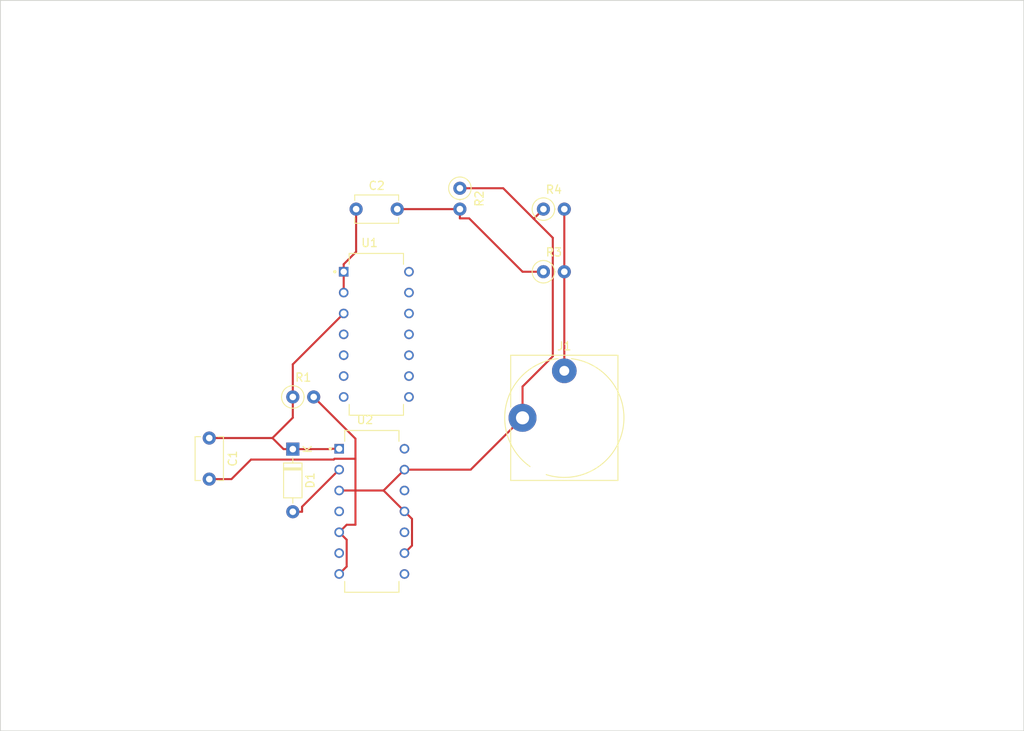
<source format=kicad_pcb>
(kicad_pcb (version 20221018) (generator pcbnew)
  (layers (0 "F.Cu" signal) (31 "B.Cu" signal) (34 "B.Paste" user) (35 "F.Paste" user) (36 "B.SilkS" user "B.Silkscreen") (37 "F.SilkS" user "F.Silkscreen") (38 "B.Mask" user) (39 "F.Mask" user) (44 "Edge.Cuts" user))
  (net 0 "")
  (net 12 "Net-(D1-K)")
  (net 13 "GND")
  (net 14 "Net-(U1A--)")
  (net 15 "Net-(C2-Pad2)")
  (net 16 "Net-(D1-A)")
  (net 23 "Net-(J1-PadT)")
  (footprint "Resistor_THT:R_Axial_DIN0207_L6.3mm_D2.5mm_P2.54mm_Vertical" (layer "F.Cu") (at 144.78 86.36)
    (fp_text reference "R3" (at 1.27 -2.37) (layer "F.SilkS"))
    (fp_text value "R")
    (fp_line (start 1.37 0) (end 1.44 0) (stroke (width 0.12)) (layer "F.SilkS"))
    (fp_circle (center 0 0) (end 1.37 0) (stroke (width 0.12)) (fill none) (layer "F.SilkS"))
    (pad "1" thru_hole circle (at 0 0) (size 1.6 1.6) (drill 0.8) (layers "*.Cu" "*.Mask") (net 15 "Net-(C2-Pad2)"))
    (pad "2" thru_hole oval (at 2.54 0) (size 1.6 1.6) (drill 0.8) (layers "*.Cu" "*.Mask") (net 23 "Net-(J1-PadT)"))
  )
  (footprint "TL074CN:DIP794W45P254L1969H508Q14" (layer "F.Cu") (at 124.46 93.98)
    (fp_text reference "U1" (at -0.825 -11.135) (layer "F.SilkS"))
    (fp_text value "TL074")
    (fp_line (start -3.3 -9.845) (end 3.3 -9.845) (stroke (width 0.127)) (layer "F.SilkS"))
    (fp_line (start -3.3 -8.525) (end -3.3 -9.845) (stroke (width 0.127)) (layer "F.SilkS"))
    (fp_line (start -3.3 9.845) (end -3.3 8.525) (stroke (width 0.127)) (layer "F.SilkS"))
    (fp_line (start 3.3 -9.845) (end 3.3 -8.525) (stroke (width 0.127)) (layer "F.SilkS"))
    (fp_line (start 3.3 8.525) (end 3.3 9.845) (stroke (width 0.127)) (layer "F.SilkS"))
    (fp_line (start 3.3 9.845) (end -3.3 9.845) (stroke (width 0.127)) (layer "F.SilkS"))
    (fp_circle (center -5.055 -7.62) (end -4.955 -7.62) (stroke (width 0.2)) (fill none) (layer "F.SilkS"))
    (pad "1" thru_hole rect (at -3.97 -7.62) (size 1.17 1.17) (drill 0.77) (layers "*.Cu" "*.Mask") (net 14 "Net-(U1A--)"))
    (pad "2" thru_hole circle (at -3.97 -5.08) (size 1.17 1.17) (drill 0.77) (layers "*.Cu" "*.Mask") (net 14 "Net-(U1A--)"))
    (pad "3" thru_hole circle (at -3.97 -2.54) (size 1.17 1.17) (drill 0.77) (layers "*.Cu" "*.Mask") (net 12 "Net-(D1-K)"))
    (pad "4" thru_hole circle (at -3.97 0) (size 1.17 1.17) (drill 0.77) (layers "*.Cu" "*.Mask"))
    (pad "5" thru_hole circle (at -3.97 2.54) (size 1.17 1.17) (drill 0.77) (layers "*.Cu" "*.Mask"))
    (pad "6" thru_hole circle (at -3.97 5.08) (size 1.17 1.17) (drill 0.77) (layers "*.Cu" "*.Mask"))
    (pad "7" thru_hole circle (at -3.97 7.62) (size 1.17 1.17) (drill 0.77) (layers "*.Cu" "*.Mask"))
    (pad "8" thru_hole circle (at 3.97 7.62) (size 1.17 1.17) (drill 0.77) (layers "*.Cu" "*.Mask"))
    (pad "9" thru_hole circle (at 3.97 5.08) (size 1.17 1.17) (drill 0.77) (layers "*.Cu" "*.Mask"))
    (pad "10" thru_hole circle (at 3.97 2.54) (size 1.17 1.17) (drill 0.77) (layers "*.Cu" "*.Mask"))
    (pad "11" thru_hole circle (at 3.97 0) (size 1.17 1.17) (drill 0.77) (layers "*.Cu" "*.Mask"))
    (pad "12" thru_hole circle (at 3.97 -2.54) (size 1.17 1.17) (drill 0.77) (layers "*.Cu" "*.Mask"))
    (pad "13" thru_hole circle (at 3.97 -5.08) (size 1.17 1.17) (drill 0.77) (layers "*.Cu" "*.Mask"))
    (pad "14" thru_hole circle (at 3.97 -7.62) (size 1.17 1.17) (drill 0.77) (layers "*.Cu" "*.Mask"))
  )
  (footprint "Resistor_THT:R_Axial_DIN0207_L6.3mm_D2.5mm_P2.54mm_Vertical" (layer "F.Cu") (at 134.62 76.2 -90)
    (fp_text reference "R2" (at 1.27 -2.37 90) (layer "F.SilkS"))
    (fp_text value "R")
    (fp_line (start 1.37 0) (end 1.44 0) (stroke (width 0.12)) (layer "F.SilkS"))
    (fp_circle (center 0 0) (end 1.37 0) (stroke (width 0.12)) (fill none) (layer "F.SilkS"))
    (pad "1" thru_hole circle (at 0 0 270) (size 1.6 1.6) (drill 0.8) (layers "*.Cu" "*.Mask") (net 13 "GND"))
    (pad "2" thru_hole oval (at 2.54 0 270) (size 1.6 1.6) (drill 0.8) (layers "*.Cu" "*.Mask") (net 15 "Net-(C2-Pad2)"))
  )
  (footprint "Capacitor_THT:C_Disc_D5.1mm_W3.2mm_P5.00mm" (layer "F.Cu") (at 122 78.74)
    (fp_text reference "C2" (at 2.5 -2.85) (layer "F.SilkS"))
    (fp_text value "C")
    (fp_line (start -0.17 -1.721) (end -0.17 -1.055) (stroke (width 0.12)) (layer "F.SilkS"))
    (fp_line (start -0.17 -1.721) (end 5.17 -1.721) (stroke (width 0.12)) (layer "F.SilkS"))
    (fp_line (start -0.17 1.055) (end -0.17 1.721) (stroke (width 0.12)) (layer "F.SilkS"))
    (fp_line (start -0.17 1.721) (end 5.17 1.721) (stroke (width 0.12)) (layer "F.SilkS"))
    (fp_line (start 5.17 -1.721) (end 5.17 -1.055) (stroke (width 0.12)) (layer "F.SilkS"))
    (fp_line (start 5.17 1.055) (end 5.17 1.721) (stroke (width 0.12)) (layer "F.SilkS"))
    (pad "1" thru_hole circle (at 0 0) (size 1.6 1.6) (drill 0.8) (layers "*.Cu" "*.Mask") (net 14 "Net-(U1A--)"))
    (pad "2" thru_hole circle (at 5 0) (size 1.6 1.6) (drill 0.8) (layers "*.Cu" "*.Mask") (net 15 "Net-(C2-Pad2)"))
  )
  (footprint "Connector_Audio:Jack_6.35mm_Neutrik_NJ2FD-V_Vertical" (layer "F.Cu") (at 147.32 98.42)
    (fp_text reference "J1" (at 0 -3) (layer "F.SilkS"))
    (fp_text value "AudioJack2")
    (fp_line (start -6.52 -1.9) (end -6.52 4.42) (stroke (width 0.12)) (layer "F.SilkS"))
    (fp_line (start -6.52 -1.9) (end 6.52 -1.9) (stroke (width 0.12)) (layer "F.SilkS"))
    (fp_line (start -6.52 7.02) (end -6.52 13.34) (stroke (width 0.12)) (layer "F.SilkS"))
    (fp_line (start -6.52 13.34) (end 6.52 13.34) (stroke (width 0.12)) (layer "F.SilkS"))
    (fp_line (start 6.52 -1.9) (end 6.52 13.34) (stroke (width 0.12)) (layer "F.SilkS"))
    (fp_arc (start -4.164153 11.6535) (mid -7.016062 3.897509) (end -0.75 -1.49) (stroke (width 0.12)) (layer "F.SilkS"))
    (fp_arc (start 0.84109 -1.482824) (mid 7.089049 7.247578) (end -2.2 12.63) (stroke (width 0.12)) (layer "F.SilkS"))
    (pad "" np_thru_hole circle (at -3.18 12.07 180) (size 1.6 1.6) (drill 1.6) (layers "*.Cu" "*.Mask"))
    (pad "" np_thru_hole circle (at 3.81 1.91 180) (size 2.1 2.1) (drill 2.1) (layers "*.Cu" "*.Mask"))
    (pad "S" thru_hole circle (at -5.08 5.72 180) (size 3.4 3.4) (drill 1.6) (layers "*.Cu" "*.Mask") (net 13 "GND"))
    (pad "T" thru_hole circle (at 0 0 180) (size 3 3) (drill 1.2) (layers "*.Cu" "*.Mask") (net 23 "Net-(J1-PadT)"))
  )
  (footprint "Resistor_THT:R_Axial_DIN0207_L6.3mm_D2.5mm_P2.54mm_Vertical" (layer "F.Cu") (at 144.78 78.74)
    (fp_text reference "R4" (at 1.27 -2.37) (layer "F.SilkS"))
    (fp_text value "R")
    (fp_line (start 1.37 0) (end 1.44 0) (stroke (width 0.12)) (layer "F.SilkS"))
    (fp_circle (center 0 0) (end 1.37 0) (stroke (width 0.12)) (fill none) (layer "F.SilkS"))
    (pad "1" thru_hole circle (at 0 0) (size 1.6 1.6) (drill 0.8) (layers "*.Cu" "*.Mask") (net 13 "GND"))
    (pad "2" thru_hole oval (at 2.54 0) (size 1.6 1.6) (drill 0.8) (layers "*.Cu" "*.Mask") (net 23 "Net-(J1-PadT)"))
  )
  (footprint "Resistor_THT:R_Axial_DIN0207_L6.3mm_D2.5mm_P2.54mm_Vertical" (layer "F.Cu") (at 114.3 101.6)
    (fp_text reference "R1" (at 1.27 -2.37) (layer "F.SilkS"))
    (fp_text value "R")
    (fp_line (start 1.37 0) (end 1.44 0) (stroke (width 0.12)) (layer "F.SilkS"))
    (fp_circle (center 0 0) (end 1.37 0) (stroke (width 0.12)) (fill none) (layer "F.SilkS"))
    (pad "1" thru_hole circle (at 0 0) (size 1.6 1.6) (drill 0.8) (layers "*.Cu" "*.Mask") (net 12 "Net-(D1-K)"))
    (pad "2" thru_hole oval (at 2.54 0) (size 1.6 1.6) (drill 0.8) (layers "*.Cu" "*.Mask") (net 13 "GND"))
  )
  (footprint "Capacitor_THT:C_Disc_D5.1mm_W3.2mm_P5.00mm" (layer "F.Cu") (at 104.14 106.6 -90)
    (fp_text reference "C1" (at 2.5 -2.85 90) (layer "F.SilkS"))
    (fp_text value "C")
    (fp_line (start -0.17 -1.721) (end -0.17 -1.055) (stroke (width 0.12)) (layer "F.SilkS"))
    (fp_line (start -0.17 -1.721) (end 5.17 -1.721) (stroke (width 0.12)) (layer "F.SilkS"))
    (fp_line (start -0.17 1.055) (end -0.17 1.721) (stroke (width 0.12)) (layer "F.SilkS"))
    (fp_line (start -0.17 1.721) (end 5.17 1.721) (stroke (width 0.12)) (layer "F.SilkS"))
    (fp_line (start 5.17 -1.721) (end 5.17 -1.055) (stroke (width 0.12)) (layer "F.SilkS"))
    (fp_line (start 5.17 1.055) (end 5.17 1.721) (stroke (width 0.12)) (layer "F.SilkS"))
    (pad "1" thru_hole circle (at 0 0 270) (size 1.6 1.6) (drill 0.8) (layers "*.Cu" "*.Mask") (net 12 "Net-(D1-K)"))
    (pad "2" thru_hole circle (at 5 0 270) (size 1.6 1.6) (drill 0.8) (layers "*.Cu" "*.Mask") (net 13 "GND"))
  )
  (footprint "CD40106BE:DIP794W45P254L1969H508Q14" (layer "F.Cu") (at 123.91 115.525)
    (fp_text reference "U2" (at -0.825 -11.135) (layer "F.SilkS"))
    (fp_text value "40106")
    (fp_line (start -3.3 -9.845) (end 3.3 -9.845) (stroke (width 0.127)) (layer "F.SilkS"))
    (fp_line (start -3.3 -8.525) (end -3.3 -9.845) (stroke (width 0.127)) (layer "F.SilkS"))
    (fp_line (start -3.3 9.845) (end -3.3 8.525) (stroke (width 0.127)) (layer "F.SilkS"))
    (fp_line (start 3.3 -9.845) (end 3.3 -8.525) (stroke (width 0.127)) (layer "F.SilkS"))
    (fp_line (start 3.3 8.525) (end 3.3 9.845) (stroke (width 0.127)) (layer "F.SilkS"))
    (fp_line (start 3.3 9.845) (end -3.3 9.845) (stroke (width 0.127)) (layer "F.SilkS"))
    (fp_circle (center -5.055 -7.62) (end -4.955 -7.62) (stroke (width 0.2)) (fill none) (layer "F.SilkS"))
    (pad "1" thru_hole rect (at -3.97 -7.62) (size 1.17 1.17) (drill 0.77) (layers "*.Cu" "*.Mask") (net 12 "Net-(D1-K)"))
    (pad "2" thru_hole circle (at -3.97 -5.08) (size 1.17 1.17) (drill 0.77) (layers "*.Cu" "*.Mask") (net 16 "Net-(D1-A)"))
    (pad "3" thru_hole circle (at -3.97 -2.54) (size 1.17 1.17) (drill 0.77) (layers "*.Cu" "*.Mask") (net 13 "GND"))
    (pad "4" thru_hole circle (at -3.97 0) (size 1.17 1.17) (drill 0.77) (layers "*.Cu" "*.Mask"))
    (pad "5" thru_hole circle (at -3.97 2.54) (size 1.17 1.17) (drill 0.77) (layers "*.Cu" "*.Mask") (net 13 "GND"))
    (pad "6" thru_hole circle (at -3.97 5.08) (size 1.17 1.17) (drill 0.77) (layers "*.Cu" "*.Mask"))
    (pad "7" thru_hole circle (at -3.97 7.62) (size 1.17 1.17) (drill 0.77) (layers "*.Cu" "*.Mask") (net 13 "GND"))
    (pad "8" thru_hole circle (at 3.97 7.62) (size 1.17 1.17) (drill 0.77) (layers "*.Cu" "*.Mask"))
    (pad "9" thru_hole circle (at 3.97 5.08) (size 1.17 1.17) (drill 0.77) (layers "*.Cu" "*.Mask") (net 13 "GND"))
    (pad "10" thru_hole circle (at 3.97 2.54) (size 1.17 1.17) (drill 0.77) (layers "*.Cu" "*.Mask"))
    (pad "11" thru_hole circle (at 3.97 0) (size 1.17 1.17) (drill 0.77) (layers "*.Cu" "*.Mask") (net 13 "GND"))
    (pad "12" thru_hole circle (at 3.97 -2.54) (size 1.17 1.17) (drill 0.77) (layers "*.Cu" "*.Mask"))
    (pad "13" thru_hole circle (at 3.97 -5.08) (size 1.17 1.17) (drill 0.77) (layers "*.Cu" "*.Mask") (net 13 "GND"))
    (pad "14" thru_hole circle (at 3.97 -7.62) (size 1.17 1.17) (drill 0.77) (layers "*.Cu" "*.Mask"))
  )
  (footprint "Diode_THT:D_DO-35_SOD27_P7.62mm_Horizontal" (layer "F.Cu") (at 114.3 107.95 -90)
    (fp_text reference "D1" (at 3.81 -2.12 90) (layer "F.SilkS"))
    (fp_text value "1N4148")
    (fp_text user "K" (at 0 -1.8 90) (layer "F.SilkS"))
    (fp_line (start 1.04 0) (end 1.69 0) (stroke (width 0.12)) (layer "F.SilkS"))
    (fp_line (start 1.69 -1.12) (end 1.69 1.12) (stroke (width 0.12)) (layer "F.SilkS"))
    (fp_line (start 1.69 1.12) (end 5.93 1.12) (stroke (width 0.12)) (layer "F.SilkS"))
    (fp_line (start 2.29 -1.12) (end 2.29 1.12) (stroke (width 0.12)) (layer "F.SilkS"))
    (fp_line (start 2.41 -1.12) (end 2.41 1.12) (stroke (width 0.12)) (layer "F.SilkS"))
    (fp_line (start 2.53 -1.12) (end 2.53 1.12) (stroke (width 0.12)) (layer "F.SilkS"))
    (fp_line (start 5.93 -1.12) (end 1.69 -1.12) (stroke (width 0.12)) (layer "F.SilkS"))
    (fp_line (start 5.93 1.12) (end 5.93 -1.12) (stroke (width 0.12)) (layer "F.SilkS"))
    (fp_line (start 6.58 0) (end 5.93 0) (stroke (width 0.12)) (layer "F.SilkS"))
    (pad "1" thru_hole rect (at 0 0 270) (size 1.6 1.6) (drill 0.8) (layers "*.Cu" "*.Mask") (net 12 "Net-(D1-K)"))
    (pad "2" thru_hole oval (at 7.62 0 270) (size 1.6 1.6) (drill 0.8) (layers "*.Cu" "*.Mask") (net 16 "Net-(D1-A)"))
  )
  (gr_rect (start 78.74 53.34) (end 203.2 142.24) (stroke (width 0.1)) (fill none) (layer "Edge.Cuts"))
  (segment (start 111.823 106.6) (end 104.14 106.6) (width 0.25) (layer "F.Cu") (net 12))
  (segment (start 111.823 106.6) (end 114.3 104.123) (width 0.25) (layer "F.Cu") (net 12))
  (segment (start 120.49 91.44) (end 114.3 97.63) (width 0.25) (layer "F.Cu") (net 12))
  (segment (start 119.028 107.905) (end 118.983 107.95) (width 0.25) (layer "F.Cu") (net 12))
  (segment (start 114.3 104.123) (end 114.3 101.6) (width 0.25) (layer "F.Cu") (net 12))
  (segment (start 119.94 107.905) (end 119.028 107.905) (width 0.25) (layer "F.Cu") (net 12))
  (segment (start 114.3 107.95) (end 113.173 107.95) (width 0.25) (layer "F.Cu") (net 12))
  (segment (start 118.983 107.95) (end 114.3 107.95) (width 0.25) (layer "F.Cu") (net 12))
  (segment (start 114.3 97.63) (end 114.3 101.6) (width 0.25) (layer "F.Cu") (net 12))
  (segment (start 113.173 107.95) (end 111.823 106.6) (width 0.25) (layer "F.Cu") (net 12))
  (segment (start 121.92 109.116) (end 121.92 109.22) (width 0.25) (layer "F.Cu") (net 13))
  (segment (start 127.88 115.525) (end 125.34 112.985) (width 0.25) (layer "F.Cu") (net 13))
  (segment (start 106.84 111.6) (end 109.22 109.22) (width 0.25) (layer "F.Cu") (net 13))
  (segment (start 144.78 78.74) (end 143.604 79.9159) (width 0.25) (layer "F.Cu") (net 13))
  (segment (start 128.797 119.688) (end 128.797 116.442) (width 0.25) (layer "F.Cu") (net 13))
  (segment (start 145.919 96.6544) (end 142.24 100.334) (width 0.25) (layer "F.Cu") (net 13))
  (segment (start 142.24 100.334) (end 142.24 104.14) (width 0.25) (layer "F.Cu") (net 13))
  (segment (start 119.94 123.145) (end 120.852 122.233) (width 0.25) (layer "F.Cu") (net 13))
  (segment (start 121.92 109.116) (end 121.92 109.22) (width 0.25) (layer "F.Cu") (net 13))
  (segment (start 121.92 112.985) (end 121.92 117.153) (width 0.25) (layer "F.Cu") (net 13))
  (segment (start 104.14 111.6) (end 106.84 111.6) (width 0.25) (layer "F.Cu") (net 13))
  (segment (start 139.8881 76.2) (end 143.604 79.9159) (width 0.25) (layer "F.Cu") (net 13))
  (segment (start 143.604 79.9159) (end 145.919 82.231) (width 0.25) (layer "F.Cu") (net 13))
  (segment (start 127.88 110.445) (end 125.34 112.985) (width 0.25) (layer "F.Cu") (net 13))
  (segment (start 109.22 109.22) (end 119.276 109.22) (width 0.25) (layer "F.Cu") (net 13))
  (segment (start 135.935 110.445) (end 127.88 110.445) (width 0.25) (layer "F.Cu") (net 13))
  (segment (start 119.276 109.22) (end 119.38 109.116) (width 0.25) (layer "F.Cu") (net 13))
  (segment (start 142.24 104.14) (end 135.935 110.445) (width 0.25) (layer "F.Cu") (net 13))
  (segment (start 125.34 112.985) (end 121.92 112.985) (width 0.25) (layer "F.Cu") (net 13))
  (segment (start 121.92 109.22) (end 121.92 112.985) (width 0.25) (layer "F.Cu") (net 13))
  (segment (start 116.84 101.6) (end 121.92 106.68) (width 0.25) (layer "F.Cu") (net 13))
  (segment (start 121.92 109.22) (end 121.816 109.116) (width 0.25) (layer "F.Cu") (net 13))
  (segment (start 128.797 116.442) (end 127.88 115.525) (width 0.25) (layer "F.Cu") (net 13))
  (segment (start 121.816 109.116) (end 119.38 109.116) (width 0.25) (layer "F.Cu") (net 13))
  (segment (start 120.852 117.153) (end 119.94 118.065) (width 0.25) (layer "F.Cu") (net 13))
  (segment (start 120.852 122.233) (end 120.852 118.977) (width 0.25) (layer "F.Cu") (net 13))
  (segment (start 121.92 106.68) (end 121.92 109.116) (width 0.25) (layer "F.Cu") (net 13))
  (segment (start 121.816 109.116) (end 121.92 109.116) (width 0.25) (layer "F.Cu") (net 13))
  (segment (start 145.919 82.231) (end 145.919 96.6544) (width 0.25) (layer "F.Cu") (net 13))
  (segment (start 127.88 120.605) (end 128.797 119.688) (width 0.25) (layer "F.Cu") (net 13))
  (segment (start 134.62 76.2) (end 139.8881 76.2) (width 0.25) (layer "F.Cu") (net 13))
  (segment (start 121.92 117.153) (end 120.852 117.153) (width 0.25) (layer "F.Cu") (net 13))
  (segment (start 120.852 118.977) (end 119.94 118.065) (width 0.25) (layer "F.Cu") (net 13))
  (segment (start 119.38 109.116) (end 121.816 109.116) (width 0.25) (layer "F.Cu") (net 13))
  (segment (start 121.92 112.985) (end 119.94 112.985) (width 0.25) (layer "F.Cu") (net 13))
  (segment (start 120.49 85.4481) (end 122 83.9381) (width 0.25) (layer "F.Cu") (net 14))
  (segment (start 120.49 88.9) (end 120.49 86.36) (width 0.25) (layer "F.Cu") (net 14))
  (segment (start 122 83.9381) (end 122 78.74) (width 0.25) (layer "F.Cu") (net 14))
  (segment (start 120.49 86.36) (end 120.49 85.4481) (width 0.25) (layer "F.Cu") (net 14))
  (segment (start 142.24 86.36) (end 135.7469 79.8669) (width 0.25) (layer "F.Cu") (net 15))
  (segment (start 142.24 86.36) (end 144.78 86.36) (width 0.25) (layer "F.Cu") (net 15))
  (segment (start 135.7469 79.8669) (end 134.62 79.8669) (width 0.25) (layer "F.Cu") (net 15))
  (segment (start 134.62 78.74) (end 134.62 79.8669) (width 0.25) (layer "F.Cu") (net 15))
  (segment (start 127 78.74) (end 134.62 78.74) (width 0.25) (layer "F.Cu") (net 15))
  (segment (start 115.427 114.958) (end 119.94 110.445) (width 0.25) (layer "F.Cu") (net 16))
  (segment (start 114.3 115.57) (end 115.427 115.57) (width 0.25) (layer "F.Cu") (net 16))
  (segment (start 115.427 115.57) (end 115.427 114.958) (width 0.25) (layer "F.Cu") (net 16))
  (segment (start 147.32 78.74) (end 147.32 86.36) (width 0.25) (layer "F.Cu") (net 23))
  (segment (start 147.32 98.42) (end 147.32 86.36) (width 0.25) (layer "F.Cu") (net 23))
)
</source>
